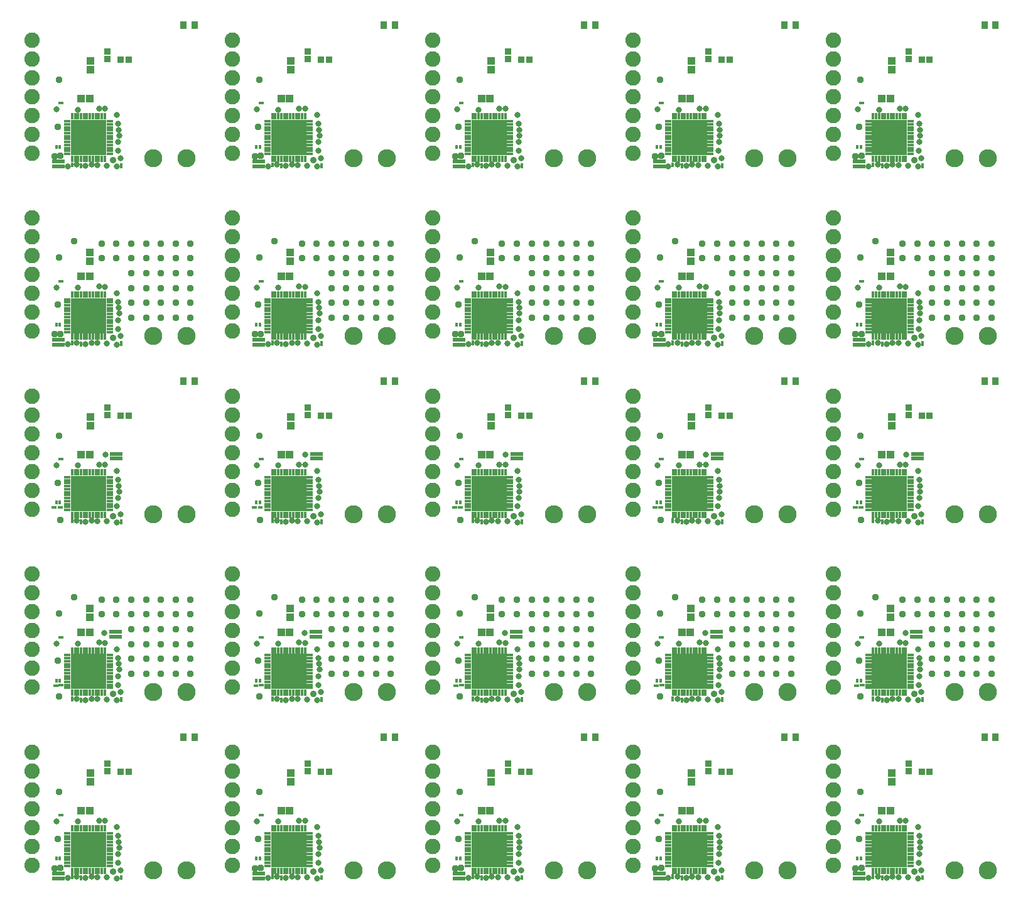
<source format=gbr>
G04 EAGLE Gerber X2 export*
%TF.Part,Single*%
%TF.FileFunction,Soldermask,Top,1*%
%TF.FilePolarity,Negative*%
%TF.GenerationSoftware,Autodesk,EAGLE,9.0.0*%
%TF.CreationDate,2018-06-20T06:24:19Z*%
G75*
%MOMM*%
%FSLAX34Y34*%
%LPD*%
%AMOC8*
5,1,8,0,0,1.08239X$1,22.5*%
G01*
%ADD10R,0.457200X0.381000*%
%ADD11R,1.053200X1.103200*%
%ADD12R,0.381000X0.457200*%
%ADD13R,0.453200X0.503200*%
%ADD14R,1.803200X0.553200*%
%ADD15C,2.082800*%
%ADD16R,1.103200X1.053200*%
%ADD17R,0.953200X0.953200*%
%ADD18R,0.853200X1.003200*%
%ADD19R,0.433200X0.883200*%
%ADD20R,4.803200X4.803200*%
%ADD21R,0.883200X0.433200*%
%ADD22C,0.812800*%
%ADD23C,0.863600*%
%ADD24C,2.453200*%
%ADD25C,0.959600*%
%ADD26C,0.909600*%


D10*
X96919Y6708D03*
X96919Y3406D03*
D11*
X42203Y95563D03*
X53803Y95563D03*
D10*
X42337Y6161D03*
X42337Y2859D03*
X30291Y7703D03*
X30291Y4401D03*
D12*
X16635Y89315D03*
X13333Y89315D03*
D13*
X13940Y30568D03*
X8940Y30568D03*
D14*
X11791Y3828D03*
X11791Y10328D03*
D15*
X-23592Y174080D03*
X-23592Y148680D03*
X-23592Y123280D03*
X-23592Y97880D03*
X-23592Y72480D03*
X-23592Y47080D03*
X-23592Y21680D03*
D16*
X55091Y134452D03*
X55091Y146052D03*
D17*
X78000Y148500D03*
X78000Y159000D03*
D18*
X180524Y194470D03*
X195524Y194470D03*
D17*
X106611Y147622D03*
X96111Y147622D03*
D19*
X30366Y14181D03*
D20*
X52366Y42781D03*
D19*
X34366Y14181D03*
X38366Y14181D03*
X42366Y14181D03*
X46366Y14181D03*
X50366Y14181D03*
X54366Y14181D03*
X58366Y14181D03*
X62366Y14181D03*
X66366Y14181D03*
X70366Y14181D03*
X74366Y14181D03*
D21*
X80966Y20781D03*
X80966Y24781D03*
X80966Y28781D03*
X80966Y32781D03*
X80966Y36781D03*
X80966Y40781D03*
X80966Y44781D03*
X80966Y48781D03*
X80966Y52781D03*
X80966Y56781D03*
X80966Y60781D03*
X80966Y64781D03*
D19*
X74366Y71381D03*
X70366Y71381D03*
X66366Y71381D03*
X62366Y71381D03*
X58366Y71381D03*
X54366Y71381D03*
X50366Y71381D03*
X46366Y71381D03*
X42366Y71381D03*
X38366Y71381D03*
X34366Y71381D03*
X30366Y71381D03*
D21*
X23766Y64781D03*
X23766Y60781D03*
X23766Y56781D03*
X23766Y52781D03*
X23766Y48781D03*
X23766Y44781D03*
X23766Y40781D03*
X23766Y36781D03*
X23766Y32781D03*
X23766Y28781D03*
X23766Y24781D03*
X23766Y20781D03*
D10*
X96919Y-233292D03*
X96919Y-236594D03*
D11*
X42203Y-144437D03*
X53803Y-144437D03*
D10*
X42337Y-233839D03*
X42337Y-237141D03*
X30291Y-232297D03*
X30291Y-235599D03*
D12*
X16635Y-150685D03*
X13333Y-150685D03*
D13*
X13940Y-209432D03*
X8940Y-209432D03*
D14*
X11791Y-236172D03*
X11791Y-229672D03*
D15*
X-23592Y-65920D03*
X-23592Y-91320D03*
X-23592Y-116720D03*
X-23592Y-142120D03*
X-23592Y-167520D03*
X-23592Y-192920D03*
X-23592Y-218320D03*
D16*
X54091Y-124048D03*
X54091Y-112448D03*
D19*
X30366Y-225819D03*
D20*
X52366Y-197219D03*
D19*
X34366Y-225819D03*
X38366Y-225819D03*
X42366Y-225819D03*
X46366Y-225819D03*
X50366Y-225819D03*
X54366Y-225819D03*
X58366Y-225819D03*
X62366Y-225819D03*
X66366Y-225819D03*
X70366Y-225819D03*
X74366Y-225819D03*
D21*
X80966Y-219219D03*
X80966Y-215219D03*
X80966Y-211219D03*
X80966Y-207219D03*
X80966Y-203219D03*
X80966Y-199219D03*
X80966Y-195219D03*
X80966Y-191219D03*
X80966Y-187219D03*
X80966Y-183219D03*
X80966Y-179219D03*
X80966Y-175219D03*
D19*
X74366Y-168619D03*
X70366Y-168619D03*
X66366Y-168619D03*
X62366Y-168619D03*
X58366Y-168619D03*
X54366Y-168619D03*
X50366Y-168619D03*
X46366Y-168619D03*
X42366Y-168619D03*
X38366Y-168619D03*
X34366Y-168619D03*
X30366Y-168619D03*
D21*
X23766Y-175219D03*
X23766Y-179219D03*
X23766Y-183219D03*
X23766Y-187219D03*
X23766Y-191219D03*
X23766Y-195219D03*
X23766Y-199219D03*
X23766Y-203219D03*
X23766Y-207219D03*
X23766Y-211219D03*
X23766Y-215219D03*
X23766Y-219219D03*
D10*
X96919Y-473292D03*
X96919Y-476594D03*
D11*
X42203Y-384437D03*
X53803Y-384437D03*
D10*
X42337Y-473839D03*
X42337Y-477141D03*
X30291Y-472297D03*
X30291Y-475599D03*
D12*
X16635Y-390685D03*
X13333Y-390685D03*
D13*
X13940Y-449432D03*
X8940Y-449432D03*
D14*
X89791Y-390172D03*
X89791Y-383672D03*
D15*
X-23592Y-305920D03*
X-23592Y-331320D03*
X-23592Y-356720D03*
X-23592Y-382120D03*
X-23592Y-407520D03*
X-23592Y-432920D03*
X-23592Y-458320D03*
D16*
X55091Y-345548D03*
X55091Y-333948D03*
D17*
X78000Y-331500D03*
X78000Y-321000D03*
D18*
X180524Y-285530D03*
X195524Y-285530D03*
D17*
X106611Y-332378D03*
X96111Y-332378D03*
D19*
X30366Y-465819D03*
D20*
X52366Y-437219D03*
D19*
X34366Y-465819D03*
X38366Y-465819D03*
X42366Y-465819D03*
X46366Y-465819D03*
X50366Y-465819D03*
X54366Y-465819D03*
X58366Y-465819D03*
X62366Y-465819D03*
X66366Y-465819D03*
X70366Y-465819D03*
X74366Y-465819D03*
D21*
X80966Y-459219D03*
X80966Y-455219D03*
X80966Y-451219D03*
X80966Y-447219D03*
X80966Y-443219D03*
X80966Y-439219D03*
X80966Y-435219D03*
X80966Y-431219D03*
X80966Y-427219D03*
X80966Y-423219D03*
X80966Y-419219D03*
X80966Y-415219D03*
D19*
X74366Y-408619D03*
X70366Y-408619D03*
X66366Y-408619D03*
X62366Y-408619D03*
X58366Y-408619D03*
X54366Y-408619D03*
X50366Y-408619D03*
X46366Y-408619D03*
X42366Y-408619D03*
X38366Y-408619D03*
X34366Y-408619D03*
X30366Y-408619D03*
D21*
X23766Y-415219D03*
X23766Y-419219D03*
X23766Y-423219D03*
X23766Y-427219D03*
X23766Y-431219D03*
X23766Y-435219D03*
X23766Y-439219D03*
X23766Y-443219D03*
X23766Y-447219D03*
X23766Y-451219D03*
X23766Y-455219D03*
X23766Y-459219D03*
D12*
X12476Y-456000D03*
X15778Y-456000D03*
X4476Y-456000D03*
X7778Y-456000D03*
D10*
X96919Y-713292D03*
X96919Y-716594D03*
D11*
X42203Y-624437D03*
X53803Y-624437D03*
D10*
X42337Y-713839D03*
X42337Y-717141D03*
X30291Y-712297D03*
X30291Y-715599D03*
D12*
X16635Y-630685D03*
X13333Y-630685D03*
D13*
X13940Y-689432D03*
X8940Y-689432D03*
D14*
X88791Y-630172D03*
X88791Y-623672D03*
D15*
X-23592Y-545920D03*
X-23592Y-571320D03*
X-23592Y-596720D03*
X-23592Y-622120D03*
X-23592Y-647520D03*
X-23592Y-672920D03*
X-23592Y-698320D03*
D16*
X54091Y-604048D03*
X54091Y-592448D03*
D19*
X30366Y-705819D03*
D20*
X52366Y-677219D03*
D19*
X34366Y-705819D03*
X38366Y-705819D03*
X42366Y-705819D03*
X46366Y-705819D03*
X50366Y-705819D03*
X54366Y-705819D03*
X58366Y-705819D03*
X62366Y-705819D03*
X66366Y-705819D03*
X70366Y-705819D03*
X74366Y-705819D03*
D21*
X80966Y-699219D03*
X80966Y-695219D03*
X80966Y-691219D03*
X80966Y-687219D03*
X80966Y-683219D03*
X80966Y-679219D03*
X80966Y-675219D03*
X80966Y-671219D03*
X80966Y-667219D03*
X80966Y-663219D03*
X80966Y-659219D03*
X80966Y-655219D03*
D19*
X74366Y-648619D03*
X70366Y-648619D03*
X66366Y-648619D03*
X62366Y-648619D03*
X58366Y-648619D03*
X54366Y-648619D03*
X50366Y-648619D03*
X46366Y-648619D03*
X42366Y-648619D03*
X38366Y-648619D03*
X34366Y-648619D03*
X30366Y-648619D03*
D21*
X23766Y-655219D03*
X23766Y-659219D03*
X23766Y-663219D03*
X23766Y-667219D03*
X23766Y-671219D03*
X23766Y-675219D03*
X23766Y-679219D03*
X23766Y-683219D03*
X23766Y-687219D03*
X23766Y-691219D03*
X23766Y-695219D03*
X23766Y-699219D03*
D12*
X13976Y-695500D03*
X17278Y-695500D03*
X6476Y-696000D03*
X9778Y-696000D03*
D10*
X96919Y-953292D03*
X96919Y-956594D03*
D11*
X42203Y-864437D03*
X53803Y-864437D03*
D10*
X42337Y-953839D03*
X42337Y-957141D03*
X30291Y-952297D03*
X30291Y-955599D03*
D12*
X16635Y-870685D03*
X13333Y-870685D03*
D13*
X13940Y-929432D03*
X8940Y-929432D03*
D14*
X11791Y-956172D03*
X11791Y-949672D03*
D15*
X-23592Y-785920D03*
X-23592Y-811320D03*
X-23592Y-836720D03*
X-23592Y-862120D03*
X-23592Y-887520D03*
X-23592Y-912920D03*
X-23592Y-938320D03*
D16*
X55091Y-825548D03*
X55091Y-813948D03*
D17*
X78000Y-811500D03*
X78000Y-801000D03*
D18*
X180524Y-765530D03*
X195524Y-765530D03*
D17*
X106611Y-812378D03*
X96111Y-812378D03*
D19*
X30366Y-945819D03*
D20*
X52366Y-917219D03*
D19*
X34366Y-945819D03*
X38366Y-945819D03*
X42366Y-945819D03*
X46366Y-945819D03*
X50366Y-945819D03*
X54366Y-945819D03*
X58366Y-945819D03*
X62366Y-945819D03*
X66366Y-945819D03*
X70366Y-945819D03*
X74366Y-945819D03*
D21*
X80966Y-939219D03*
X80966Y-935219D03*
X80966Y-931219D03*
X80966Y-927219D03*
X80966Y-923219D03*
X80966Y-919219D03*
X80966Y-915219D03*
X80966Y-911219D03*
X80966Y-907219D03*
X80966Y-903219D03*
X80966Y-899219D03*
X80966Y-895219D03*
D19*
X74366Y-888619D03*
X70366Y-888619D03*
X66366Y-888619D03*
X62366Y-888619D03*
X58366Y-888619D03*
X54366Y-888619D03*
X50366Y-888619D03*
X46366Y-888619D03*
X42366Y-888619D03*
X38366Y-888619D03*
X34366Y-888619D03*
X30366Y-888619D03*
D21*
X23766Y-895219D03*
X23766Y-899219D03*
X23766Y-903219D03*
X23766Y-907219D03*
X23766Y-911219D03*
X23766Y-915219D03*
X23766Y-919219D03*
X23766Y-923219D03*
X23766Y-927219D03*
X23766Y-931219D03*
X23766Y-935219D03*
X23766Y-939219D03*
D10*
X366919Y6708D03*
X366919Y3406D03*
D11*
X312203Y95563D03*
X323803Y95563D03*
D10*
X312337Y6161D03*
X312337Y2859D03*
X300291Y7703D03*
X300291Y4401D03*
D12*
X286635Y89315D03*
X283333Y89315D03*
D13*
X283940Y30568D03*
X278940Y30568D03*
D14*
X281791Y3828D03*
X281791Y10328D03*
D15*
X246408Y174080D03*
X246408Y148680D03*
X246408Y123280D03*
X246408Y97880D03*
X246408Y72480D03*
X246408Y47080D03*
X246408Y21680D03*
D16*
X325091Y134452D03*
X325091Y146052D03*
D17*
X348000Y148500D03*
X348000Y159000D03*
D18*
X450524Y194470D03*
X465524Y194470D03*
D17*
X376611Y147622D03*
X366111Y147622D03*
D19*
X300366Y14181D03*
D20*
X322366Y42781D03*
D19*
X304366Y14181D03*
X308366Y14181D03*
X312366Y14181D03*
X316366Y14181D03*
X320366Y14181D03*
X324366Y14181D03*
X328366Y14181D03*
X332366Y14181D03*
X336366Y14181D03*
X340366Y14181D03*
X344366Y14181D03*
D21*
X350966Y20781D03*
X350966Y24781D03*
X350966Y28781D03*
X350966Y32781D03*
X350966Y36781D03*
X350966Y40781D03*
X350966Y44781D03*
X350966Y48781D03*
X350966Y52781D03*
X350966Y56781D03*
X350966Y60781D03*
X350966Y64781D03*
D19*
X344366Y71381D03*
X340366Y71381D03*
X336366Y71381D03*
X332366Y71381D03*
X328366Y71381D03*
X324366Y71381D03*
X320366Y71381D03*
X316366Y71381D03*
X312366Y71381D03*
X308366Y71381D03*
X304366Y71381D03*
X300366Y71381D03*
D21*
X293766Y64781D03*
X293766Y60781D03*
X293766Y56781D03*
X293766Y52781D03*
X293766Y48781D03*
X293766Y44781D03*
X293766Y40781D03*
X293766Y36781D03*
X293766Y32781D03*
X293766Y28781D03*
X293766Y24781D03*
X293766Y20781D03*
D10*
X366919Y-233292D03*
X366919Y-236594D03*
D11*
X312203Y-144437D03*
X323803Y-144437D03*
D10*
X312337Y-233839D03*
X312337Y-237141D03*
X300291Y-232297D03*
X300291Y-235599D03*
D12*
X286635Y-150685D03*
X283333Y-150685D03*
D13*
X283940Y-209432D03*
X278940Y-209432D03*
D14*
X281791Y-236172D03*
X281791Y-229672D03*
D15*
X246408Y-65920D03*
X246408Y-91320D03*
X246408Y-116720D03*
X246408Y-142120D03*
X246408Y-167520D03*
X246408Y-192920D03*
X246408Y-218320D03*
D16*
X324091Y-124048D03*
X324091Y-112448D03*
D19*
X300366Y-225819D03*
D20*
X322366Y-197219D03*
D19*
X304366Y-225819D03*
X308366Y-225819D03*
X312366Y-225819D03*
X316366Y-225819D03*
X320366Y-225819D03*
X324366Y-225819D03*
X328366Y-225819D03*
X332366Y-225819D03*
X336366Y-225819D03*
X340366Y-225819D03*
X344366Y-225819D03*
D21*
X350966Y-219219D03*
X350966Y-215219D03*
X350966Y-211219D03*
X350966Y-207219D03*
X350966Y-203219D03*
X350966Y-199219D03*
X350966Y-195219D03*
X350966Y-191219D03*
X350966Y-187219D03*
X350966Y-183219D03*
X350966Y-179219D03*
X350966Y-175219D03*
D19*
X344366Y-168619D03*
X340366Y-168619D03*
X336366Y-168619D03*
X332366Y-168619D03*
X328366Y-168619D03*
X324366Y-168619D03*
X320366Y-168619D03*
X316366Y-168619D03*
X312366Y-168619D03*
X308366Y-168619D03*
X304366Y-168619D03*
X300366Y-168619D03*
D21*
X293766Y-175219D03*
X293766Y-179219D03*
X293766Y-183219D03*
X293766Y-187219D03*
X293766Y-191219D03*
X293766Y-195219D03*
X293766Y-199219D03*
X293766Y-203219D03*
X293766Y-207219D03*
X293766Y-211219D03*
X293766Y-215219D03*
X293766Y-219219D03*
D10*
X366919Y-473292D03*
X366919Y-476594D03*
D11*
X312203Y-384437D03*
X323803Y-384437D03*
D10*
X312337Y-473839D03*
X312337Y-477141D03*
X300291Y-472297D03*
X300291Y-475599D03*
D12*
X286635Y-390685D03*
X283333Y-390685D03*
D13*
X283940Y-449432D03*
X278940Y-449432D03*
D14*
X359791Y-390172D03*
X359791Y-383672D03*
D15*
X246408Y-305920D03*
X246408Y-331320D03*
X246408Y-356720D03*
X246408Y-382120D03*
X246408Y-407520D03*
X246408Y-432920D03*
X246408Y-458320D03*
D16*
X325091Y-345548D03*
X325091Y-333948D03*
D17*
X348000Y-331500D03*
X348000Y-321000D03*
D18*
X450524Y-285530D03*
X465524Y-285530D03*
D17*
X376611Y-332378D03*
X366111Y-332378D03*
D19*
X300366Y-465819D03*
D20*
X322366Y-437219D03*
D19*
X304366Y-465819D03*
X308366Y-465819D03*
X312366Y-465819D03*
X316366Y-465819D03*
X320366Y-465819D03*
X324366Y-465819D03*
X328366Y-465819D03*
X332366Y-465819D03*
X336366Y-465819D03*
X340366Y-465819D03*
X344366Y-465819D03*
D21*
X350966Y-459219D03*
X350966Y-455219D03*
X350966Y-451219D03*
X350966Y-447219D03*
X350966Y-443219D03*
X350966Y-439219D03*
X350966Y-435219D03*
X350966Y-431219D03*
X350966Y-427219D03*
X350966Y-423219D03*
X350966Y-419219D03*
X350966Y-415219D03*
D19*
X344366Y-408619D03*
X340366Y-408619D03*
X336366Y-408619D03*
X332366Y-408619D03*
X328366Y-408619D03*
X324366Y-408619D03*
X320366Y-408619D03*
X316366Y-408619D03*
X312366Y-408619D03*
X308366Y-408619D03*
X304366Y-408619D03*
X300366Y-408619D03*
D21*
X293766Y-415219D03*
X293766Y-419219D03*
X293766Y-423219D03*
X293766Y-427219D03*
X293766Y-431219D03*
X293766Y-435219D03*
X293766Y-439219D03*
X293766Y-443219D03*
X293766Y-447219D03*
X293766Y-451219D03*
X293766Y-455219D03*
X293766Y-459219D03*
D12*
X282476Y-456000D03*
X285778Y-456000D03*
X274476Y-456000D03*
X277778Y-456000D03*
D10*
X366919Y-713292D03*
X366919Y-716594D03*
D11*
X312203Y-624437D03*
X323803Y-624437D03*
D10*
X312337Y-713839D03*
X312337Y-717141D03*
X300291Y-712297D03*
X300291Y-715599D03*
D12*
X286635Y-630685D03*
X283333Y-630685D03*
D13*
X283940Y-689432D03*
X278940Y-689432D03*
D14*
X358791Y-630172D03*
X358791Y-623672D03*
D15*
X246408Y-545920D03*
X246408Y-571320D03*
X246408Y-596720D03*
X246408Y-622120D03*
X246408Y-647520D03*
X246408Y-672920D03*
X246408Y-698320D03*
D16*
X324091Y-604048D03*
X324091Y-592448D03*
D19*
X300366Y-705819D03*
D20*
X322366Y-677219D03*
D19*
X304366Y-705819D03*
X308366Y-705819D03*
X312366Y-705819D03*
X316366Y-705819D03*
X320366Y-705819D03*
X324366Y-705819D03*
X328366Y-705819D03*
X332366Y-705819D03*
X336366Y-705819D03*
X340366Y-705819D03*
X344366Y-705819D03*
D21*
X350966Y-699219D03*
X350966Y-695219D03*
X350966Y-691219D03*
X350966Y-687219D03*
X350966Y-683219D03*
X350966Y-679219D03*
X350966Y-675219D03*
X350966Y-671219D03*
X350966Y-667219D03*
X350966Y-663219D03*
X350966Y-659219D03*
X350966Y-655219D03*
D19*
X344366Y-648619D03*
X340366Y-648619D03*
X336366Y-648619D03*
X332366Y-648619D03*
X328366Y-648619D03*
X324366Y-648619D03*
X320366Y-648619D03*
X316366Y-648619D03*
X312366Y-648619D03*
X308366Y-648619D03*
X304366Y-648619D03*
X300366Y-648619D03*
D21*
X293766Y-655219D03*
X293766Y-659219D03*
X293766Y-663219D03*
X293766Y-667219D03*
X293766Y-671219D03*
X293766Y-675219D03*
X293766Y-679219D03*
X293766Y-683219D03*
X293766Y-687219D03*
X293766Y-691219D03*
X293766Y-695219D03*
X293766Y-699219D03*
D12*
X283976Y-695500D03*
X287278Y-695500D03*
X276476Y-696000D03*
X279778Y-696000D03*
D10*
X366919Y-953292D03*
X366919Y-956594D03*
D11*
X312203Y-864437D03*
X323803Y-864437D03*
D10*
X312337Y-953839D03*
X312337Y-957141D03*
X300291Y-952297D03*
X300291Y-955599D03*
D12*
X286635Y-870685D03*
X283333Y-870685D03*
D13*
X283940Y-929432D03*
X278940Y-929432D03*
D14*
X281791Y-956172D03*
X281791Y-949672D03*
D15*
X246408Y-785920D03*
X246408Y-811320D03*
X246408Y-836720D03*
X246408Y-862120D03*
X246408Y-887520D03*
X246408Y-912920D03*
X246408Y-938320D03*
D16*
X325091Y-825548D03*
X325091Y-813948D03*
D17*
X348000Y-811500D03*
X348000Y-801000D03*
D18*
X450524Y-765530D03*
X465524Y-765530D03*
D17*
X376611Y-812378D03*
X366111Y-812378D03*
D19*
X300366Y-945819D03*
D20*
X322366Y-917219D03*
D19*
X304366Y-945819D03*
X308366Y-945819D03*
X312366Y-945819D03*
X316366Y-945819D03*
X320366Y-945819D03*
X324366Y-945819D03*
X328366Y-945819D03*
X332366Y-945819D03*
X336366Y-945819D03*
X340366Y-945819D03*
X344366Y-945819D03*
D21*
X350966Y-939219D03*
X350966Y-935219D03*
X350966Y-931219D03*
X350966Y-927219D03*
X350966Y-923219D03*
X350966Y-919219D03*
X350966Y-915219D03*
X350966Y-911219D03*
X350966Y-907219D03*
X350966Y-903219D03*
X350966Y-899219D03*
X350966Y-895219D03*
D19*
X344366Y-888619D03*
X340366Y-888619D03*
X336366Y-888619D03*
X332366Y-888619D03*
X328366Y-888619D03*
X324366Y-888619D03*
X320366Y-888619D03*
X316366Y-888619D03*
X312366Y-888619D03*
X308366Y-888619D03*
X304366Y-888619D03*
X300366Y-888619D03*
D21*
X293766Y-895219D03*
X293766Y-899219D03*
X293766Y-903219D03*
X293766Y-907219D03*
X293766Y-911219D03*
X293766Y-915219D03*
X293766Y-919219D03*
X293766Y-923219D03*
X293766Y-927219D03*
X293766Y-931219D03*
X293766Y-935219D03*
X293766Y-939219D03*
D10*
X636919Y6708D03*
X636919Y3406D03*
D11*
X582203Y95563D03*
X593803Y95563D03*
D10*
X582337Y6161D03*
X582337Y2859D03*
X570291Y7703D03*
X570291Y4401D03*
D12*
X556635Y89315D03*
X553333Y89315D03*
D13*
X553940Y30568D03*
X548940Y30568D03*
D14*
X551791Y3828D03*
X551791Y10328D03*
D15*
X516408Y174080D03*
X516408Y148680D03*
X516408Y123280D03*
X516408Y97880D03*
X516408Y72480D03*
X516408Y47080D03*
X516408Y21680D03*
D16*
X595091Y134452D03*
X595091Y146052D03*
D17*
X618000Y148500D03*
X618000Y159000D03*
D18*
X720524Y194470D03*
X735524Y194470D03*
D17*
X646611Y147622D03*
X636111Y147622D03*
D19*
X570366Y14181D03*
D20*
X592366Y42781D03*
D19*
X574366Y14181D03*
X578366Y14181D03*
X582366Y14181D03*
X586366Y14181D03*
X590366Y14181D03*
X594366Y14181D03*
X598366Y14181D03*
X602366Y14181D03*
X606366Y14181D03*
X610366Y14181D03*
X614366Y14181D03*
D21*
X620966Y20781D03*
X620966Y24781D03*
X620966Y28781D03*
X620966Y32781D03*
X620966Y36781D03*
X620966Y40781D03*
X620966Y44781D03*
X620966Y48781D03*
X620966Y52781D03*
X620966Y56781D03*
X620966Y60781D03*
X620966Y64781D03*
D19*
X614366Y71381D03*
X610366Y71381D03*
X606366Y71381D03*
X602366Y71381D03*
X598366Y71381D03*
X594366Y71381D03*
X590366Y71381D03*
X586366Y71381D03*
X582366Y71381D03*
X578366Y71381D03*
X574366Y71381D03*
X570366Y71381D03*
D21*
X563766Y64781D03*
X563766Y60781D03*
X563766Y56781D03*
X563766Y52781D03*
X563766Y48781D03*
X563766Y44781D03*
X563766Y40781D03*
X563766Y36781D03*
X563766Y32781D03*
X563766Y28781D03*
X563766Y24781D03*
X563766Y20781D03*
D10*
X636919Y-233292D03*
X636919Y-236594D03*
D11*
X582203Y-144437D03*
X593803Y-144437D03*
D10*
X582337Y-233839D03*
X582337Y-237141D03*
X570291Y-232297D03*
X570291Y-235599D03*
D12*
X556635Y-150685D03*
X553333Y-150685D03*
D13*
X553940Y-209432D03*
X548940Y-209432D03*
D14*
X551791Y-236172D03*
X551791Y-229672D03*
D15*
X516408Y-65920D03*
X516408Y-91320D03*
X516408Y-116720D03*
X516408Y-142120D03*
X516408Y-167520D03*
X516408Y-192920D03*
X516408Y-218320D03*
D16*
X594091Y-124048D03*
X594091Y-112448D03*
D19*
X570366Y-225819D03*
D20*
X592366Y-197219D03*
D19*
X574366Y-225819D03*
X578366Y-225819D03*
X582366Y-225819D03*
X586366Y-225819D03*
X590366Y-225819D03*
X594366Y-225819D03*
X598366Y-225819D03*
X602366Y-225819D03*
X606366Y-225819D03*
X610366Y-225819D03*
X614366Y-225819D03*
D21*
X620966Y-219219D03*
X620966Y-215219D03*
X620966Y-211219D03*
X620966Y-207219D03*
X620966Y-203219D03*
X620966Y-199219D03*
X620966Y-195219D03*
X620966Y-191219D03*
X620966Y-187219D03*
X620966Y-183219D03*
X620966Y-179219D03*
X620966Y-175219D03*
D19*
X614366Y-168619D03*
X610366Y-168619D03*
X606366Y-168619D03*
X602366Y-168619D03*
X598366Y-168619D03*
X594366Y-168619D03*
X590366Y-168619D03*
X586366Y-168619D03*
X582366Y-168619D03*
X578366Y-168619D03*
X574366Y-168619D03*
X570366Y-168619D03*
D21*
X563766Y-175219D03*
X563766Y-179219D03*
X563766Y-183219D03*
X563766Y-187219D03*
X563766Y-191219D03*
X563766Y-195219D03*
X563766Y-199219D03*
X563766Y-203219D03*
X563766Y-207219D03*
X563766Y-211219D03*
X563766Y-215219D03*
X563766Y-219219D03*
D10*
X636919Y-473292D03*
X636919Y-476594D03*
D11*
X582203Y-384437D03*
X593803Y-384437D03*
D10*
X582337Y-473839D03*
X582337Y-477141D03*
X570291Y-472297D03*
X570291Y-475599D03*
D12*
X556635Y-390685D03*
X553333Y-390685D03*
D13*
X553940Y-449432D03*
X548940Y-449432D03*
D14*
X629791Y-390172D03*
X629791Y-383672D03*
D15*
X516408Y-305920D03*
X516408Y-331320D03*
X516408Y-356720D03*
X516408Y-382120D03*
X516408Y-407520D03*
X516408Y-432920D03*
X516408Y-458320D03*
D16*
X595091Y-345548D03*
X595091Y-333948D03*
D17*
X618000Y-331500D03*
X618000Y-321000D03*
D18*
X720524Y-285530D03*
X735524Y-285530D03*
D17*
X646611Y-332378D03*
X636111Y-332378D03*
D19*
X570366Y-465819D03*
D20*
X592366Y-437219D03*
D19*
X574366Y-465819D03*
X578366Y-465819D03*
X582366Y-465819D03*
X586366Y-465819D03*
X590366Y-465819D03*
X594366Y-465819D03*
X598366Y-465819D03*
X602366Y-465819D03*
X606366Y-465819D03*
X610366Y-465819D03*
X614366Y-465819D03*
D21*
X620966Y-459219D03*
X620966Y-455219D03*
X620966Y-451219D03*
X620966Y-447219D03*
X620966Y-443219D03*
X620966Y-439219D03*
X620966Y-435219D03*
X620966Y-431219D03*
X620966Y-427219D03*
X620966Y-423219D03*
X620966Y-419219D03*
X620966Y-415219D03*
D19*
X614366Y-408619D03*
X610366Y-408619D03*
X606366Y-408619D03*
X602366Y-408619D03*
X598366Y-408619D03*
X594366Y-408619D03*
X590366Y-408619D03*
X586366Y-408619D03*
X582366Y-408619D03*
X578366Y-408619D03*
X574366Y-408619D03*
X570366Y-408619D03*
D21*
X563766Y-415219D03*
X563766Y-419219D03*
X563766Y-423219D03*
X563766Y-427219D03*
X563766Y-431219D03*
X563766Y-435219D03*
X563766Y-439219D03*
X563766Y-443219D03*
X563766Y-447219D03*
X563766Y-451219D03*
X563766Y-455219D03*
X563766Y-459219D03*
D12*
X552476Y-456000D03*
X555778Y-456000D03*
X544476Y-456000D03*
X547778Y-456000D03*
D10*
X636919Y-713292D03*
X636919Y-716594D03*
D11*
X582203Y-624437D03*
X593803Y-624437D03*
D10*
X582337Y-713839D03*
X582337Y-717141D03*
X570291Y-712297D03*
X570291Y-715599D03*
D12*
X556635Y-630685D03*
X553333Y-630685D03*
D13*
X553940Y-689432D03*
X548940Y-689432D03*
D14*
X628791Y-630172D03*
X628791Y-623672D03*
D15*
X516408Y-545920D03*
X516408Y-571320D03*
X516408Y-596720D03*
X516408Y-622120D03*
X516408Y-647520D03*
X516408Y-672920D03*
X516408Y-698320D03*
D16*
X594091Y-604048D03*
X594091Y-592448D03*
D19*
X570366Y-705819D03*
D20*
X592366Y-677219D03*
D19*
X574366Y-705819D03*
X578366Y-705819D03*
X582366Y-705819D03*
X586366Y-705819D03*
X590366Y-705819D03*
X594366Y-705819D03*
X598366Y-705819D03*
X602366Y-705819D03*
X606366Y-705819D03*
X610366Y-705819D03*
X614366Y-705819D03*
D21*
X620966Y-699219D03*
X620966Y-695219D03*
X620966Y-691219D03*
X620966Y-687219D03*
X620966Y-683219D03*
X620966Y-679219D03*
X620966Y-675219D03*
X620966Y-671219D03*
X620966Y-667219D03*
X620966Y-663219D03*
X620966Y-659219D03*
X620966Y-655219D03*
D19*
X614366Y-648619D03*
X610366Y-648619D03*
X606366Y-648619D03*
X602366Y-648619D03*
X598366Y-648619D03*
X594366Y-648619D03*
X590366Y-648619D03*
X586366Y-648619D03*
X582366Y-648619D03*
X578366Y-648619D03*
X574366Y-648619D03*
X570366Y-648619D03*
D21*
X563766Y-655219D03*
X563766Y-659219D03*
X563766Y-663219D03*
X563766Y-667219D03*
X563766Y-671219D03*
X563766Y-675219D03*
X563766Y-679219D03*
X563766Y-683219D03*
X563766Y-687219D03*
X563766Y-691219D03*
X563766Y-695219D03*
X563766Y-699219D03*
D12*
X553976Y-695500D03*
X557278Y-695500D03*
X546476Y-696000D03*
X549778Y-696000D03*
D10*
X636919Y-953292D03*
X636919Y-956594D03*
D11*
X582203Y-864437D03*
X593803Y-864437D03*
D10*
X582337Y-953839D03*
X582337Y-957141D03*
X570291Y-952297D03*
X570291Y-955599D03*
D12*
X556635Y-870685D03*
X553333Y-870685D03*
D13*
X553940Y-929432D03*
X548940Y-929432D03*
D14*
X551791Y-956172D03*
X551791Y-949672D03*
D15*
X516408Y-785920D03*
X516408Y-811320D03*
X516408Y-836720D03*
X516408Y-862120D03*
X516408Y-887520D03*
X516408Y-912920D03*
X516408Y-938320D03*
D16*
X595091Y-825548D03*
X595091Y-813948D03*
D17*
X618000Y-811500D03*
X618000Y-801000D03*
D18*
X720524Y-765530D03*
X735524Y-765530D03*
D17*
X646611Y-812378D03*
X636111Y-812378D03*
D19*
X570366Y-945819D03*
D20*
X592366Y-917219D03*
D19*
X574366Y-945819D03*
X578366Y-945819D03*
X582366Y-945819D03*
X586366Y-945819D03*
X590366Y-945819D03*
X594366Y-945819D03*
X598366Y-945819D03*
X602366Y-945819D03*
X606366Y-945819D03*
X610366Y-945819D03*
X614366Y-945819D03*
D21*
X620966Y-939219D03*
X620966Y-935219D03*
X620966Y-931219D03*
X620966Y-927219D03*
X620966Y-923219D03*
X620966Y-919219D03*
X620966Y-915219D03*
X620966Y-911219D03*
X620966Y-907219D03*
X620966Y-903219D03*
X620966Y-899219D03*
X620966Y-895219D03*
D19*
X614366Y-888619D03*
X610366Y-888619D03*
X606366Y-888619D03*
X602366Y-888619D03*
X598366Y-888619D03*
X594366Y-888619D03*
X590366Y-888619D03*
X586366Y-888619D03*
X582366Y-888619D03*
X578366Y-888619D03*
X574366Y-888619D03*
X570366Y-888619D03*
D21*
X563766Y-895219D03*
X563766Y-899219D03*
X563766Y-903219D03*
X563766Y-907219D03*
X563766Y-911219D03*
X563766Y-915219D03*
X563766Y-919219D03*
X563766Y-923219D03*
X563766Y-927219D03*
X563766Y-931219D03*
X563766Y-935219D03*
X563766Y-939219D03*
D10*
X906919Y6708D03*
X906919Y3406D03*
D11*
X852203Y95563D03*
X863803Y95563D03*
D10*
X852337Y6161D03*
X852337Y2859D03*
X840291Y7703D03*
X840291Y4401D03*
D12*
X826635Y89315D03*
X823333Y89315D03*
D13*
X823940Y30568D03*
X818940Y30568D03*
D14*
X821791Y3828D03*
X821791Y10328D03*
D15*
X786408Y174080D03*
X786408Y148680D03*
X786408Y123280D03*
X786408Y97880D03*
X786408Y72480D03*
X786408Y47080D03*
X786408Y21680D03*
D16*
X865091Y134452D03*
X865091Y146052D03*
D17*
X888000Y148500D03*
X888000Y159000D03*
D18*
X990524Y194470D03*
X1005524Y194470D03*
D17*
X916611Y147622D03*
X906111Y147622D03*
D19*
X840366Y14181D03*
D20*
X862366Y42781D03*
D19*
X844366Y14181D03*
X848366Y14181D03*
X852366Y14181D03*
X856366Y14181D03*
X860366Y14181D03*
X864366Y14181D03*
X868366Y14181D03*
X872366Y14181D03*
X876366Y14181D03*
X880366Y14181D03*
X884366Y14181D03*
D21*
X890966Y20781D03*
X890966Y24781D03*
X890966Y28781D03*
X890966Y32781D03*
X890966Y36781D03*
X890966Y40781D03*
X890966Y44781D03*
X890966Y48781D03*
X890966Y52781D03*
X890966Y56781D03*
X890966Y60781D03*
X890966Y64781D03*
D19*
X884366Y71381D03*
X880366Y71381D03*
X876366Y71381D03*
X872366Y71381D03*
X868366Y71381D03*
X864366Y71381D03*
X860366Y71381D03*
X856366Y71381D03*
X852366Y71381D03*
X848366Y71381D03*
X844366Y71381D03*
X840366Y71381D03*
D21*
X833766Y64781D03*
X833766Y60781D03*
X833766Y56781D03*
X833766Y52781D03*
X833766Y48781D03*
X833766Y44781D03*
X833766Y40781D03*
X833766Y36781D03*
X833766Y32781D03*
X833766Y28781D03*
X833766Y24781D03*
X833766Y20781D03*
D10*
X906919Y-233292D03*
X906919Y-236594D03*
D11*
X852203Y-144437D03*
X863803Y-144437D03*
D10*
X852337Y-233839D03*
X852337Y-237141D03*
X840291Y-232297D03*
X840291Y-235599D03*
D12*
X826635Y-150685D03*
X823333Y-150685D03*
D13*
X823940Y-209432D03*
X818940Y-209432D03*
D14*
X821791Y-236172D03*
X821791Y-229672D03*
D15*
X786408Y-65920D03*
X786408Y-91320D03*
X786408Y-116720D03*
X786408Y-142120D03*
X786408Y-167520D03*
X786408Y-192920D03*
X786408Y-218320D03*
D16*
X864091Y-124048D03*
X864091Y-112448D03*
D19*
X840366Y-225819D03*
D20*
X862366Y-197219D03*
D19*
X844366Y-225819D03*
X848366Y-225819D03*
X852366Y-225819D03*
X856366Y-225819D03*
X860366Y-225819D03*
X864366Y-225819D03*
X868366Y-225819D03*
X872366Y-225819D03*
X876366Y-225819D03*
X880366Y-225819D03*
X884366Y-225819D03*
D21*
X890966Y-219219D03*
X890966Y-215219D03*
X890966Y-211219D03*
X890966Y-207219D03*
X890966Y-203219D03*
X890966Y-199219D03*
X890966Y-195219D03*
X890966Y-191219D03*
X890966Y-187219D03*
X890966Y-183219D03*
X890966Y-179219D03*
X890966Y-175219D03*
D19*
X884366Y-168619D03*
X880366Y-168619D03*
X876366Y-168619D03*
X872366Y-168619D03*
X868366Y-168619D03*
X864366Y-168619D03*
X860366Y-168619D03*
X856366Y-168619D03*
X852366Y-168619D03*
X848366Y-168619D03*
X844366Y-168619D03*
X840366Y-168619D03*
D21*
X833766Y-175219D03*
X833766Y-179219D03*
X833766Y-183219D03*
X833766Y-187219D03*
X833766Y-191219D03*
X833766Y-195219D03*
X833766Y-199219D03*
X833766Y-203219D03*
X833766Y-207219D03*
X833766Y-211219D03*
X833766Y-215219D03*
X833766Y-219219D03*
D10*
X906919Y-473292D03*
X906919Y-476594D03*
D11*
X852203Y-384437D03*
X863803Y-384437D03*
D10*
X852337Y-473839D03*
X852337Y-477141D03*
X840291Y-472297D03*
X840291Y-475599D03*
D12*
X826635Y-390685D03*
X823333Y-390685D03*
D13*
X823940Y-449432D03*
X818940Y-449432D03*
D14*
X899791Y-390172D03*
X899791Y-383672D03*
D15*
X786408Y-305920D03*
X786408Y-331320D03*
X786408Y-356720D03*
X786408Y-382120D03*
X786408Y-407520D03*
X786408Y-432920D03*
X786408Y-458320D03*
D16*
X865091Y-345548D03*
X865091Y-333948D03*
D17*
X888000Y-331500D03*
X888000Y-321000D03*
D18*
X990524Y-285530D03*
X1005524Y-285530D03*
D17*
X916611Y-332378D03*
X906111Y-332378D03*
D19*
X840366Y-465819D03*
D20*
X862366Y-437219D03*
D19*
X844366Y-465819D03*
X848366Y-465819D03*
X852366Y-465819D03*
X856366Y-465819D03*
X860366Y-465819D03*
X864366Y-465819D03*
X868366Y-465819D03*
X872366Y-465819D03*
X876366Y-465819D03*
X880366Y-465819D03*
X884366Y-465819D03*
D21*
X890966Y-459219D03*
X890966Y-455219D03*
X890966Y-451219D03*
X890966Y-447219D03*
X890966Y-443219D03*
X890966Y-439219D03*
X890966Y-435219D03*
X890966Y-431219D03*
X890966Y-427219D03*
X890966Y-423219D03*
X890966Y-419219D03*
X890966Y-415219D03*
D19*
X884366Y-408619D03*
X880366Y-408619D03*
X876366Y-408619D03*
X872366Y-408619D03*
X868366Y-408619D03*
X864366Y-408619D03*
X860366Y-408619D03*
X856366Y-408619D03*
X852366Y-408619D03*
X848366Y-408619D03*
X844366Y-408619D03*
X840366Y-408619D03*
D21*
X833766Y-415219D03*
X833766Y-419219D03*
X833766Y-423219D03*
X833766Y-427219D03*
X833766Y-431219D03*
X833766Y-435219D03*
X833766Y-439219D03*
X833766Y-443219D03*
X833766Y-447219D03*
X833766Y-451219D03*
X833766Y-455219D03*
X833766Y-459219D03*
D12*
X822476Y-456000D03*
X825778Y-456000D03*
X814476Y-456000D03*
X817778Y-456000D03*
D10*
X906919Y-713292D03*
X906919Y-716594D03*
D11*
X852203Y-624437D03*
X863803Y-624437D03*
D10*
X852337Y-713839D03*
X852337Y-717141D03*
X840291Y-712297D03*
X840291Y-715599D03*
D12*
X826635Y-630685D03*
X823333Y-630685D03*
D13*
X823940Y-689432D03*
X818940Y-689432D03*
D14*
X898791Y-630172D03*
X898791Y-623672D03*
D15*
X786408Y-545920D03*
X786408Y-571320D03*
X786408Y-596720D03*
X786408Y-622120D03*
X786408Y-647520D03*
X786408Y-672920D03*
X786408Y-698320D03*
D16*
X864091Y-604048D03*
X864091Y-592448D03*
D19*
X840366Y-705819D03*
D20*
X862366Y-677219D03*
D19*
X844366Y-705819D03*
X848366Y-705819D03*
X852366Y-705819D03*
X856366Y-705819D03*
X860366Y-705819D03*
X864366Y-705819D03*
X868366Y-705819D03*
X872366Y-705819D03*
X876366Y-705819D03*
X880366Y-705819D03*
X884366Y-705819D03*
D21*
X890966Y-699219D03*
X890966Y-695219D03*
X890966Y-691219D03*
X890966Y-687219D03*
X890966Y-683219D03*
X890966Y-679219D03*
X890966Y-675219D03*
X890966Y-671219D03*
X890966Y-667219D03*
X890966Y-663219D03*
X890966Y-659219D03*
X890966Y-655219D03*
D19*
X884366Y-648619D03*
X880366Y-648619D03*
X876366Y-648619D03*
X872366Y-648619D03*
X868366Y-648619D03*
X864366Y-648619D03*
X860366Y-648619D03*
X856366Y-648619D03*
X852366Y-648619D03*
X848366Y-648619D03*
X844366Y-648619D03*
X840366Y-648619D03*
D21*
X833766Y-655219D03*
X833766Y-659219D03*
X833766Y-663219D03*
X833766Y-667219D03*
X833766Y-671219D03*
X833766Y-675219D03*
X833766Y-679219D03*
X833766Y-683219D03*
X833766Y-687219D03*
X833766Y-691219D03*
X833766Y-695219D03*
X833766Y-699219D03*
D12*
X823976Y-695500D03*
X827278Y-695500D03*
X816476Y-696000D03*
X819778Y-696000D03*
D10*
X906919Y-953292D03*
X906919Y-956594D03*
D11*
X852203Y-864437D03*
X863803Y-864437D03*
D10*
X852337Y-953839D03*
X852337Y-957141D03*
X840291Y-952297D03*
X840291Y-955599D03*
D12*
X826635Y-870685D03*
X823333Y-870685D03*
D13*
X823940Y-929432D03*
X818940Y-929432D03*
D14*
X821791Y-956172D03*
X821791Y-949672D03*
D15*
X786408Y-785920D03*
X786408Y-811320D03*
X786408Y-836720D03*
X786408Y-862120D03*
X786408Y-887520D03*
X786408Y-912920D03*
X786408Y-938320D03*
D16*
X865091Y-825548D03*
X865091Y-813948D03*
D17*
X888000Y-811500D03*
X888000Y-801000D03*
D18*
X990524Y-765530D03*
X1005524Y-765530D03*
D17*
X916611Y-812378D03*
X906111Y-812378D03*
D19*
X840366Y-945819D03*
D20*
X862366Y-917219D03*
D19*
X844366Y-945819D03*
X848366Y-945819D03*
X852366Y-945819D03*
X856366Y-945819D03*
X860366Y-945819D03*
X864366Y-945819D03*
X868366Y-945819D03*
X872366Y-945819D03*
X876366Y-945819D03*
X880366Y-945819D03*
X884366Y-945819D03*
D21*
X890966Y-939219D03*
X890966Y-935219D03*
X890966Y-931219D03*
X890966Y-927219D03*
X890966Y-923219D03*
X890966Y-919219D03*
X890966Y-915219D03*
X890966Y-911219D03*
X890966Y-907219D03*
X890966Y-903219D03*
X890966Y-899219D03*
X890966Y-895219D03*
D19*
X884366Y-888619D03*
X880366Y-888619D03*
X876366Y-888619D03*
X872366Y-888619D03*
X868366Y-888619D03*
X864366Y-888619D03*
X860366Y-888619D03*
X856366Y-888619D03*
X852366Y-888619D03*
X848366Y-888619D03*
X844366Y-888619D03*
X840366Y-888619D03*
D21*
X833766Y-895219D03*
X833766Y-899219D03*
X833766Y-903219D03*
X833766Y-907219D03*
X833766Y-911219D03*
X833766Y-915219D03*
X833766Y-919219D03*
X833766Y-923219D03*
X833766Y-927219D03*
X833766Y-931219D03*
X833766Y-935219D03*
X833766Y-939219D03*
D10*
X1176919Y6708D03*
X1176919Y3406D03*
D11*
X1122203Y95563D03*
X1133803Y95563D03*
D10*
X1122337Y6161D03*
X1122337Y2859D03*
X1110291Y7703D03*
X1110291Y4401D03*
D12*
X1096635Y89315D03*
X1093333Y89315D03*
D13*
X1093940Y30568D03*
X1088940Y30568D03*
D14*
X1091791Y3828D03*
X1091791Y10328D03*
D15*
X1056408Y174080D03*
X1056408Y148680D03*
X1056408Y123280D03*
X1056408Y97880D03*
X1056408Y72480D03*
X1056408Y47080D03*
X1056408Y21680D03*
D16*
X1135091Y134452D03*
X1135091Y146052D03*
D17*
X1158000Y148500D03*
X1158000Y159000D03*
D18*
X1260524Y194470D03*
X1275524Y194470D03*
D17*
X1186611Y147622D03*
X1176111Y147622D03*
D19*
X1110366Y14181D03*
D20*
X1132366Y42781D03*
D19*
X1114366Y14181D03*
X1118366Y14181D03*
X1122366Y14181D03*
X1126366Y14181D03*
X1130366Y14181D03*
X1134366Y14181D03*
X1138366Y14181D03*
X1142366Y14181D03*
X1146366Y14181D03*
X1150366Y14181D03*
X1154366Y14181D03*
D21*
X1160966Y20781D03*
X1160966Y24781D03*
X1160966Y28781D03*
X1160966Y32781D03*
X1160966Y36781D03*
X1160966Y40781D03*
X1160966Y44781D03*
X1160966Y48781D03*
X1160966Y52781D03*
X1160966Y56781D03*
X1160966Y60781D03*
X1160966Y64781D03*
D19*
X1154366Y71381D03*
X1150366Y71381D03*
X1146366Y71381D03*
X1142366Y71381D03*
X1138366Y71381D03*
X1134366Y71381D03*
X1130366Y71381D03*
X1126366Y71381D03*
X1122366Y71381D03*
X1118366Y71381D03*
X1114366Y71381D03*
X1110366Y71381D03*
D21*
X1103766Y64781D03*
X1103766Y60781D03*
X1103766Y56781D03*
X1103766Y52781D03*
X1103766Y48781D03*
X1103766Y44781D03*
X1103766Y40781D03*
X1103766Y36781D03*
X1103766Y32781D03*
X1103766Y28781D03*
X1103766Y24781D03*
X1103766Y20781D03*
D10*
X1176919Y-233292D03*
X1176919Y-236594D03*
D11*
X1122203Y-144437D03*
X1133803Y-144437D03*
D10*
X1122337Y-233839D03*
X1122337Y-237141D03*
X1110291Y-232297D03*
X1110291Y-235599D03*
D12*
X1096635Y-150685D03*
X1093333Y-150685D03*
D13*
X1093940Y-209432D03*
X1088940Y-209432D03*
D14*
X1091791Y-236172D03*
X1091791Y-229672D03*
D15*
X1056408Y-65920D03*
X1056408Y-91320D03*
X1056408Y-116720D03*
X1056408Y-142120D03*
X1056408Y-167520D03*
X1056408Y-192920D03*
X1056408Y-218320D03*
D16*
X1134091Y-124048D03*
X1134091Y-112448D03*
D19*
X1110366Y-225819D03*
D20*
X1132366Y-197219D03*
D19*
X1114366Y-225819D03*
X1118366Y-225819D03*
X1122366Y-225819D03*
X1126366Y-225819D03*
X1130366Y-225819D03*
X1134366Y-225819D03*
X1138366Y-225819D03*
X1142366Y-225819D03*
X1146366Y-225819D03*
X1150366Y-225819D03*
X1154366Y-225819D03*
D21*
X1160966Y-219219D03*
X1160966Y-215219D03*
X1160966Y-211219D03*
X1160966Y-207219D03*
X1160966Y-203219D03*
X1160966Y-199219D03*
X1160966Y-195219D03*
X1160966Y-191219D03*
X1160966Y-187219D03*
X1160966Y-183219D03*
X1160966Y-179219D03*
X1160966Y-175219D03*
D19*
X1154366Y-168619D03*
X1150366Y-168619D03*
X1146366Y-168619D03*
X1142366Y-168619D03*
X1138366Y-168619D03*
X1134366Y-168619D03*
X1130366Y-168619D03*
X1126366Y-168619D03*
X1122366Y-168619D03*
X1118366Y-168619D03*
X1114366Y-168619D03*
X1110366Y-168619D03*
D21*
X1103766Y-175219D03*
X1103766Y-179219D03*
X1103766Y-183219D03*
X1103766Y-187219D03*
X1103766Y-191219D03*
X1103766Y-195219D03*
X1103766Y-199219D03*
X1103766Y-203219D03*
X1103766Y-207219D03*
X1103766Y-211219D03*
X1103766Y-215219D03*
X1103766Y-219219D03*
D10*
X1176919Y-473292D03*
X1176919Y-476594D03*
D11*
X1122203Y-384437D03*
X1133803Y-384437D03*
D10*
X1122337Y-473839D03*
X1122337Y-477141D03*
X1110291Y-472297D03*
X1110291Y-475599D03*
D12*
X1096635Y-390685D03*
X1093333Y-390685D03*
D13*
X1093940Y-449432D03*
X1088940Y-449432D03*
D14*
X1169791Y-390172D03*
X1169791Y-383672D03*
D15*
X1056408Y-305920D03*
X1056408Y-331320D03*
X1056408Y-356720D03*
X1056408Y-382120D03*
X1056408Y-407520D03*
X1056408Y-432920D03*
X1056408Y-458320D03*
D16*
X1135091Y-345548D03*
X1135091Y-333948D03*
D17*
X1158000Y-331500D03*
X1158000Y-321000D03*
D18*
X1260524Y-285530D03*
X1275524Y-285530D03*
D17*
X1186611Y-332378D03*
X1176111Y-332378D03*
D19*
X1110366Y-465819D03*
D20*
X1132366Y-437219D03*
D19*
X1114366Y-465819D03*
X1118366Y-465819D03*
X1122366Y-465819D03*
X1126366Y-465819D03*
X1130366Y-465819D03*
X1134366Y-465819D03*
X1138366Y-465819D03*
X1142366Y-465819D03*
X1146366Y-465819D03*
X1150366Y-465819D03*
X1154366Y-465819D03*
D21*
X1160966Y-459219D03*
X1160966Y-455219D03*
X1160966Y-451219D03*
X1160966Y-447219D03*
X1160966Y-443219D03*
X1160966Y-439219D03*
X1160966Y-435219D03*
X1160966Y-431219D03*
X1160966Y-427219D03*
X1160966Y-423219D03*
X1160966Y-419219D03*
X1160966Y-415219D03*
D19*
X1154366Y-408619D03*
X1150366Y-408619D03*
X1146366Y-408619D03*
X1142366Y-408619D03*
X1138366Y-408619D03*
X1134366Y-408619D03*
X1130366Y-408619D03*
X1126366Y-408619D03*
X1122366Y-408619D03*
X1118366Y-408619D03*
X1114366Y-408619D03*
X1110366Y-408619D03*
D21*
X1103766Y-415219D03*
X1103766Y-419219D03*
X1103766Y-423219D03*
X1103766Y-427219D03*
X1103766Y-431219D03*
X1103766Y-435219D03*
X1103766Y-439219D03*
X1103766Y-443219D03*
X1103766Y-447219D03*
X1103766Y-451219D03*
X1103766Y-455219D03*
X1103766Y-459219D03*
D12*
X1092476Y-456000D03*
X1095778Y-456000D03*
X1084476Y-456000D03*
X1087778Y-456000D03*
D10*
X1176919Y-713292D03*
X1176919Y-716594D03*
D11*
X1122203Y-624437D03*
X1133803Y-624437D03*
D10*
X1122337Y-713839D03*
X1122337Y-717141D03*
X1110291Y-712297D03*
X1110291Y-715599D03*
D12*
X1096635Y-630685D03*
X1093333Y-630685D03*
D13*
X1093940Y-689432D03*
X1088940Y-689432D03*
D14*
X1168791Y-630172D03*
X1168791Y-623672D03*
D15*
X1056408Y-545920D03*
X1056408Y-571320D03*
X1056408Y-596720D03*
X1056408Y-622120D03*
X1056408Y-647520D03*
X1056408Y-672920D03*
X1056408Y-698320D03*
D16*
X1134091Y-604048D03*
X1134091Y-592448D03*
D19*
X1110366Y-705819D03*
D20*
X1132366Y-677219D03*
D19*
X1114366Y-705819D03*
X1118366Y-705819D03*
X1122366Y-705819D03*
X1126366Y-705819D03*
X1130366Y-705819D03*
X1134366Y-705819D03*
X1138366Y-705819D03*
X1142366Y-705819D03*
X1146366Y-705819D03*
X1150366Y-705819D03*
X1154366Y-705819D03*
D21*
X1160966Y-699219D03*
X1160966Y-695219D03*
X1160966Y-691219D03*
X1160966Y-687219D03*
X1160966Y-683219D03*
X1160966Y-679219D03*
X1160966Y-675219D03*
X1160966Y-671219D03*
X1160966Y-667219D03*
X1160966Y-663219D03*
X1160966Y-659219D03*
X1160966Y-655219D03*
D19*
X1154366Y-648619D03*
X1150366Y-648619D03*
X1146366Y-648619D03*
X1142366Y-648619D03*
X1138366Y-648619D03*
X1134366Y-648619D03*
X1130366Y-648619D03*
X1126366Y-648619D03*
X1122366Y-648619D03*
X1118366Y-648619D03*
X1114366Y-648619D03*
X1110366Y-648619D03*
D21*
X1103766Y-655219D03*
X1103766Y-659219D03*
X1103766Y-663219D03*
X1103766Y-667219D03*
X1103766Y-671219D03*
X1103766Y-675219D03*
X1103766Y-679219D03*
X1103766Y-683219D03*
X1103766Y-687219D03*
X1103766Y-691219D03*
X1103766Y-695219D03*
X1103766Y-699219D03*
D12*
X1093976Y-695500D03*
X1097278Y-695500D03*
X1086476Y-696000D03*
X1089778Y-696000D03*
D10*
X1176919Y-953292D03*
X1176919Y-956594D03*
D11*
X1122203Y-864437D03*
X1133803Y-864437D03*
D10*
X1122337Y-953839D03*
X1122337Y-957141D03*
X1110291Y-952297D03*
X1110291Y-955599D03*
D12*
X1096635Y-870685D03*
X1093333Y-870685D03*
D13*
X1093940Y-929432D03*
X1088940Y-929432D03*
D14*
X1091791Y-956172D03*
X1091791Y-949672D03*
D15*
X1056408Y-785920D03*
X1056408Y-811320D03*
X1056408Y-836720D03*
X1056408Y-862120D03*
X1056408Y-887520D03*
X1056408Y-912920D03*
X1056408Y-938320D03*
D16*
X1135091Y-825548D03*
X1135091Y-813948D03*
D17*
X1158000Y-811500D03*
X1158000Y-801000D03*
D18*
X1260524Y-765530D03*
X1275524Y-765530D03*
D17*
X1186611Y-812378D03*
X1176111Y-812378D03*
D19*
X1110366Y-945819D03*
D20*
X1132366Y-917219D03*
D19*
X1114366Y-945819D03*
X1118366Y-945819D03*
X1122366Y-945819D03*
X1126366Y-945819D03*
X1130366Y-945819D03*
X1134366Y-945819D03*
X1138366Y-945819D03*
X1142366Y-945819D03*
X1146366Y-945819D03*
X1150366Y-945819D03*
X1154366Y-945819D03*
D21*
X1160966Y-939219D03*
X1160966Y-935219D03*
X1160966Y-931219D03*
X1160966Y-927219D03*
X1160966Y-923219D03*
X1160966Y-919219D03*
X1160966Y-915219D03*
X1160966Y-911219D03*
X1160966Y-907219D03*
X1160966Y-903219D03*
X1160966Y-899219D03*
X1160966Y-895219D03*
D19*
X1154366Y-888619D03*
X1150366Y-888619D03*
X1146366Y-888619D03*
X1142366Y-888619D03*
X1138366Y-888619D03*
X1134366Y-888619D03*
X1130366Y-888619D03*
X1126366Y-888619D03*
X1122366Y-888619D03*
X1118366Y-888619D03*
X1114366Y-888619D03*
X1110366Y-888619D03*
D21*
X1103766Y-895219D03*
X1103766Y-899219D03*
X1103766Y-903219D03*
X1103766Y-907219D03*
X1103766Y-911219D03*
X1103766Y-915219D03*
X1103766Y-919219D03*
X1103766Y-923219D03*
X1103766Y-927219D03*
X1103766Y-931219D03*
X1103766Y-935219D03*
X1103766Y-939219D03*
D22*
X90966Y72998D03*
X38089Y80475D03*
X9312Y80632D03*
X66495Y82027D03*
X74386Y81680D03*
X93684Y45471D03*
X93202Y53091D03*
X92615Y61222D03*
X64690Y5768D03*
X92396Y36639D03*
D23*
X71492Y41715D03*
D22*
X46000Y61500D03*
X46000Y51500D03*
X38500Y44000D03*
X46000Y31500D03*
X36000Y26500D03*
X95558Y14913D03*
X36362Y6057D03*
X24372Y4260D03*
D24*
X140000Y15000D03*
D25*
X14651Y17935D03*
X6585Y17628D03*
D26*
X85493Y12696D03*
D22*
X90593Y3822D03*
D25*
X11000Y57397D03*
X12835Y120835D03*
D22*
X48613Y4541D03*
X77104Y5134D03*
D24*
X185000Y15000D03*
D22*
X56502Y6055D03*
X92083Y24841D03*
X90966Y-167002D03*
X38089Y-159525D03*
X9312Y-159368D03*
X66495Y-157973D03*
X74386Y-158320D03*
X93684Y-194529D03*
X93202Y-186909D03*
X92615Y-178778D03*
X64690Y-234232D03*
X92396Y-203361D03*
D23*
X71492Y-198285D03*
D22*
X46000Y-178500D03*
X46000Y-188500D03*
X38500Y-196000D03*
X46000Y-208500D03*
X36000Y-213500D03*
X95558Y-225087D03*
X36362Y-233944D03*
X24372Y-235741D03*
D24*
X140000Y-225000D03*
D25*
X33000Y-97000D03*
X70000Y-100000D03*
X90000Y-100000D03*
X110000Y-100000D03*
X130000Y-100000D03*
X150000Y-100000D03*
X170000Y-100000D03*
X190000Y-100000D03*
X70000Y-120000D03*
X90000Y-120000D03*
X110000Y-120000D03*
X130000Y-120000D03*
X150000Y-120000D03*
X170000Y-120000D03*
X190000Y-120000D03*
X190000Y-140000D03*
X190000Y-160000D03*
X170000Y-140000D03*
X110000Y-140000D03*
X130000Y-140000D03*
X150000Y-140000D03*
X150000Y-160000D03*
X130000Y-160000D03*
X110000Y-160000D03*
X110000Y-180000D03*
X130000Y-180000D03*
X150000Y-180000D03*
X170000Y-180000D03*
X170000Y-160000D03*
X190000Y-180000D03*
X190000Y-200000D03*
X170000Y-200000D03*
X150000Y-200000D03*
X130000Y-200000D03*
X110000Y-200000D03*
X14651Y-222065D03*
X6585Y-222372D03*
D26*
X85493Y-227304D03*
D22*
X90593Y-236178D03*
D25*
X11000Y-182603D03*
X12835Y-119165D03*
D22*
X48613Y-235459D03*
X77104Y-234866D03*
D24*
X185000Y-225000D03*
D22*
X56502Y-233945D03*
X92083Y-215159D03*
X90966Y-407002D03*
X38089Y-399525D03*
X9312Y-399368D03*
X66495Y-397973D03*
X74386Y-398320D03*
X93684Y-434529D03*
X93202Y-426909D03*
X92615Y-418778D03*
X64690Y-474232D03*
X92396Y-443361D03*
D23*
X71492Y-438285D03*
D22*
X46000Y-418500D03*
X46000Y-428500D03*
X38500Y-436000D03*
X46000Y-448500D03*
X36000Y-453500D03*
X95558Y-465087D03*
X36362Y-473944D03*
D24*
X140000Y-465000D03*
D26*
X85493Y-467304D03*
D22*
X90593Y-476178D03*
D25*
X11000Y-422603D03*
X12835Y-359165D03*
D22*
X48613Y-475459D03*
X77104Y-474866D03*
D24*
X185000Y-465000D03*
D25*
X14000Y-473000D03*
D22*
X75000Y-385000D03*
X56502Y-473945D03*
X91000Y-454029D03*
X90966Y-647002D03*
X38089Y-639525D03*
X9312Y-639368D03*
X66495Y-637973D03*
X74386Y-638320D03*
X93684Y-674529D03*
X93202Y-666909D03*
X92615Y-658778D03*
X64690Y-714232D03*
X92396Y-683361D03*
D23*
X71492Y-678285D03*
D22*
X46000Y-658500D03*
X46000Y-668500D03*
X38500Y-676000D03*
X46000Y-688500D03*
X36000Y-693500D03*
X95558Y-705087D03*
X36362Y-713944D03*
D24*
X140000Y-705000D03*
D25*
X33000Y-577000D03*
X70000Y-580000D03*
X90000Y-580000D03*
X110000Y-580000D03*
X130000Y-580000D03*
X150000Y-580000D03*
X170000Y-580000D03*
X190000Y-580000D03*
X70000Y-600000D03*
X90000Y-600000D03*
X110000Y-600000D03*
X130000Y-600000D03*
X150000Y-600000D03*
X170000Y-600000D03*
X190000Y-600000D03*
X190000Y-620000D03*
X190000Y-640000D03*
X170000Y-620000D03*
X110000Y-620000D03*
X130000Y-620000D03*
X150000Y-620000D03*
X150000Y-640000D03*
X130000Y-640000D03*
X110000Y-640000D03*
X110000Y-660000D03*
X130000Y-660000D03*
X150000Y-660000D03*
X170000Y-660000D03*
X170000Y-640000D03*
X190000Y-660000D03*
X190000Y-680000D03*
X170000Y-680000D03*
X150000Y-680000D03*
X130000Y-680000D03*
X110000Y-680000D03*
D26*
X85493Y-707304D03*
D22*
X90593Y-716178D03*
D25*
X11000Y-662603D03*
X12835Y-599165D03*
D22*
X48613Y-715459D03*
X77104Y-714866D03*
D24*
X185000Y-705000D03*
D22*
X74000Y-625000D03*
D25*
X13000Y-711000D03*
D22*
X56502Y-713945D03*
X92083Y-695159D03*
X90966Y-887002D03*
X38089Y-879525D03*
X9312Y-879368D03*
X66495Y-877973D03*
X74386Y-878320D03*
X93684Y-914529D03*
X93202Y-906909D03*
X92615Y-898778D03*
X64690Y-954232D03*
X92396Y-923361D03*
D23*
X71492Y-918285D03*
D22*
X46000Y-898500D03*
X46000Y-908500D03*
X38500Y-916000D03*
X46000Y-928500D03*
X36000Y-933500D03*
X95558Y-945087D03*
X36362Y-953944D03*
X24372Y-955741D03*
D24*
X140000Y-945000D03*
D25*
X14651Y-942065D03*
X6585Y-942372D03*
D26*
X85493Y-947304D03*
D22*
X90593Y-956178D03*
D25*
X11000Y-902603D03*
X12835Y-839165D03*
D22*
X48613Y-955459D03*
X77104Y-954866D03*
D24*
X185000Y-945000D03*
D22*
X56502Y-953945D03*
X92083Y-935159D03*
X360966Y72998D03*
X308089Y80475D03*
X279312Y80632D03*
X336495Y82027D03*
X344386Y81680D03*
X363684Y45471D03*
X363202Y53091D03*
X362615Y61222D03*
X334690Y5768D03*
X362396Y36639D03*
D23*
X341492Y41715D03*
D22*
X316000Y61500D03*
X316000Y51500D03*
X308500Y44000D03*
X316000Y31500D03*
X306000Y26500D03*
X365558Y14913D03*
X306362Y6057D03*
X294372Y4260D03*
D24*
X410000Y15000D03*
D25*
X284651Y17935D03*
X276585Y17628D03*
D26*
X355493Y12696D03*
D22*
X360593Y3822D03*
D25*
X281000Y57397D03*
X282835Y120835D03*
D22*
X318613Y4541D03*
X347104Y5134D03*
D24*
X455000Y15000D03*
D22*
X326502Y6055D03*
X362083Y24841D03*
X360966Y-167002D03*
X308089Y-159525D03*
X279312Y-159368D03*
X336495Y-157973D03*
X344386Y-158320D03*
X363684Y-194529D03*
X363202Y-186909D03*
X362615Y-178778D03*
X334690Y-234232D03*
X362396Y-203361D03*
D23*
X341492Y-198285D03*
D22*
X316000Y-178500D03*
X316000Y-188500D03*
X308500Y-196000D03*
X316000Y-208500D03*
X306000Y-213500D03*
X365558Y-225087D03*
X306362Y-233944D03*
X294372Y-235741D03*
D24*
X410000Y-225000D03*
D25*
X303000Y-97000D03*
X340000Y-100000D03*
X360000Y-100000D03*
X380000Y-100000D03*
X400000Y-100000D03*
X420000Y-100000D03*
X440000Y-100000D03*
X460000Y-100000D03*
X340000Y-120000D03*
X360000Y-120000D03*
X380000Y-120000D03*
X400000Y-120000D03*
X420000Y-120000D03*
X440000Y-120000D03*
X460000Y-120000D03*
X460000Y-140000D03*
X460000Y-160000D03*
X440000Y-140000D03*
X380000Y-140000D03*
X400000Y-140000D03*
X420000Y-140000D03*
X420000Y-160000D03*
X400000Y-160000D03*
X380000Y-160000D03*
X380000Y-180000D03*
X400000Y-180000D03*
X420000Y-180000D03*
X440000Y-180000D03*
X440000Y-160000D03*
X460000Y-180000D03*
X460000Y-200000D03*
X440000Y-200000D03*
X420000Y-200000D03*
X400000Y-200000D03*
X380000Y-200000D03*
X284651Y-222065D03*
X276585Y-222372D03*
D26*
X355493Y-227304D03*
D22*
X360593Y-236178D03*
D25*
X281000Y-182603D03*
X282835Y-119165D03*
D22*
X318613Y-235459D03*
X347104Y-234866D03*
D24*
X455000Y-225000D03*
D22*
X326502Y-233945D03*
X362083Y-215159D03*
X360966Y-407002D03*
X308089Y-399525D03*
X279312Y-399368D03*
X336495Y-397973D03*
X344386Y-398320D03*
X363684Y-434529D03*
X363202Y-426909D03*
X362615Y-418778D03*
X334690Y-474232D03*
X362396Y-443361D03*
D23*
X341492Y-438285D03*
D22*
X316000Y-418500D03*
X316000Y-428500D03*
X308500Y-436000D03*
X316000Y-448500D03*
X306000Y-453500D03*
X365558Y-465087D03*
X306362Y-473944D03*
D24*
X410000Y-465000D03*
D26*
X355493Y-467304D03*
D22*
X360593Y-476178D03*
D25*
X281000Y-422603D03*
X282835Y-359165D03*
D22*
X318613Y-475459D03*
X347104Y-474866D03*
D24*
X455000Y-465000D03*
D25*
X284000Y-473000D03*
D22*
X345000Y-385000D03*
X326502Y-473945D03*
X361000Y-454029D03*
X360966Y-647002D03*
X308089Y-639525D03*
X279312Y-639368D03*
X336495Y-637973D03*
X344386Y-638320D03*
X363684Y-674529D03*
X363202Y-666909D03*
X362615Y-658778D03*
X334690Y-714232D03*
X362396Y-683361D03*
D23*
X341492Y-678285D03*
D22*
X316000Y-658500D03*
X316000Y-668500D03*
X308500Y-676000D03*
X316000Y-688500D03*
X306000Y-693500D03*
X365558Y-705087D03*
X306362Y-713944D03*
D24*
X410000Y-705000D03*
D25*
X303000Y-577000D03*
X340000Y-580000D03*
X360000Y-580000D03*
X380000Y-580000D03*
X400000Y-580000D03*
X420000Y-580000D03*
X440000Y-580000D03*
X460000Y-580000D03*
X340000Y-600000D03*
X360000Y-600000D03*
X380000Y-600000D03*
X400000Y-600000D03*
X420000Y-600000D03*
X440000Y-600000D03*
X460000Y-600000D03*
X460000Y-620000D03*
X460000Y-640000D03*
X440000Y-620000D03*
X380000Y-620000D03*
X400000Y-620000D03*
X420000Y-620000D03*
X420000Y-640000D03*
X400000Y-640000D03*
X380000Y-640000D03*
X380000Y-660000D03*
X400000Y-660000D03*
X420000Y-660000D03*
X440000Y-660000D03*
X440000Y-640000D03*
X460000Y-660000D03*
X460000Y-680000D03*
X440000Y-680000D03*
X420000Y-680000D03*
X400000Y-680000D03*
X380000Y-680000D03*
D26*
X355493Y-707304D03*
D22*
X360593Y-716178D03*
D25*
X281000Y-662603D03*
X282835Y-599165D03*
D22*
X318613Y-715459D03*
X347104Y-714866D03*
D24*
X455000Y-705000D03*
D22*
X344000Y-625000D03*
D25*
X283000Y-711000D03*
D22*
X326502Y-713945D03*
X362083Y-695159D03*
X360966Y-887002D03*
X308089Y-879525D03*
X279312Y-879368D03*
X336495Y-877973D03*
X344386Y-878320D03*
X363684Y-914529D03*
X363202Y-906909D03*
X362615Y-898778D03*
X334690Y-954232D03*
X362396Y-923361D03*
D23*
X341492Y-918285D03*
D22*
X316000Y-898500D03*
X316000Y-908500D03*
X308500Y-916000D03*
X316000Y-928500D03*
X306000Y-933500D03*
X365558Y-945087D03*
X306362Y-953944D03*
X294372Y-955741D03*
D24*
X410000Y-945000D03*
D25*
X284651Y-942065D03*
X276585Y-942372D03*
D26*
X355493Y-947304D03*
D22*
X360593Y-956178D03*
D25*
X281000Y-902603D03*
X282835Y-839165D03*
D22*
X318613Y-955459D03*
X347104Y-954866D03*
D24*
X455000Y-945000D03*
D22*
X326502Y-953945D03*
X362083Y-935159D03*
X630966Y72998D03*
X578089Y80475D03*
X549312Y80632D03*
X606495Y82027D03*
X614386Y81680D03*
X633684Y45471D03*
X633202Y53091D03*
X632615Y61222D03*
X604690Y5768D03*
X632396Y36639D03*
D23*
X611492Y41715D03*
D22*
X586000Y61500D03*
X586000Y51500D03*
X578500Y44000D03*
X586000Y31500D03*
X576000Y26500D03*
X635558Y14913D03*
X576362Y6057D03*
X564372Y4260D03*
D24*
X680000Y15000D03*
D25*
X554651Y17935D03*
X546585Y17628D03*
D26*
X625493Y12696D03*
D22*
X630593Y3822D03*
D25*
X551000Y57397D03*
X552835Y120835D03*
D22*
X588613Y4541D03*
X617104Y5134D03*
D24*
X725000Y15000D03*
D22*
X596502Y6055D03*
X632083Y24841D03*
X630966Y-167002D03*
X578089Y-159525D03*
X549312Y-159368D03*
X606495Y-157973D03*
X614386Y-158320D03*
X633684Y-194529D03*
X633202Y-186909D03*
X632615Y-178778D03*
X604690Y-234232D03*
X632396Y-203361D03*
D23*
X611492Y-198285D03*
D22*
X586000Y-178500D03*
X586000Y-188500D03*
X578500Y-196000D03*
X586000Y-208500D03*
X576000Y-213500D03*
X635558Y-225087D03*
X576362Y-233944D03*
X564372Y-235741D03*
D24*
X680000Y-225000D03*
D25*
X573000Y-97000D03*
X610000Y-100000D03*
X630000Y-100000D03*
X650000Y-100000D03*
X670000Y-100000D03*
X690000Y-100000D03*
X710000Y-100000D03*
X730000Y-100000D03*
X610000Y-120000D03*
X630000Y-120000D03*
X650000Y-120000D03*
X670000Y-120000D03*
X690000Y-120000D03*
X710000Y-120000D03*
X730000Y-120000D03*
X730000Y-140000D03*
X730000Y-160000D03*
X710000Y-140000D03*
X650000Y-140000D03*
X670000Y-140000D03*
X690000Y-140000D03*
X690000Y-160000D03*
X670000Y-160000D03*
X650000Y-160000D03*
X650000Y-180000D03*
X670000Y-180000D03*
X690000Y-180000D03*
X710000Y-180000D03*
X710000Y-160000D03*
X730000Y-180000D03*
X730000Y-200000D03*
X710000Y-200000D03*
X690000Y-200000D03*
X670000Y-200000D03*
X650000Y-200000D03*
X554651Y-222065D03*
X546585Y-222372D03*
D26*
X625493Y-227304D03*
D22*
X630593Y-236178D03*
D25*
X551000Y-182603D03*
X552835Y-119165D03*
D22*
X588613Y-235459D03*
X617104Y-234866D03*
D24*
X725000Y-225000D03*
D22*
X596502Y-233945D03*
X632083Y-215159D03*
X630966Y-407002D03*
X578089Y-399525D03*
X549312Y-399368D03*
X606495Y-397973D03*
X614386Y-398320D03*
X633684Y-434529D03*
X633202Y-426909D03*
X632615Y-418778D03*
X604690Y-474232D03*
X632396Y-443361D03*
D23*
X611492Y-438285D03*
D22*
X586000Y-418500D03*
X586000Y-428500D03*
X578500Y-436000D03*
X586000Y-448500D03*
X576000Y-453500D03*
X635558Y-465087D03*
X576362Y-473944D03*
D24*
X680000Y-465000D03*
D26*
X625493Y-467304D03*
D22*
X630593Y-476178D03*
D25*
X551000Y-422603D03*
X552835Y-359165D03*
D22*
X588613Y-475459D03*
X617104Y-474866D03*
D24*
X725000Y-465000D03*
D25*
X554000Y-473000D03*
D22*
X615000Y-385000D03*
X596502Y-473945D03*
X631000Y-454029D03*
X630966Y-647002D03*
X578089Y-639525D03*
X549312Y-639368D03*
X606495Y-637973D03*
X614386Y-638320D03*
X633684Y-674529D03*
X633202Y-666909D03*
X632615Y-658778D03*
X604690Y-714232D03*
X632396Y-683361D03*
D23*
X611492Y-678285D03*
D22*
X586000Y-658500D03*
X586000Y-668500D03*
X578500Y-676000D03*
X586000Y-688500D03*
X576000Y-693500D03*
X635558Y-705087D03*
X576362Y-713944D03*
D24*
X680000Y-705000D03*
D25*
X573000Y-577000D03*
X610000Y-580000D03*
X630000Y-580000D03*
X650000Y-580000D03*
X670000Y-580000D03*
X690000Y-580000D03*
X710000Y-580000D03*
X730000Y-580000D03*
X610000Y-600000D03*
X630000Y-600000D03*
X650000Y-600000D03*
X670000Y-600000D03*
X690000Y-600000D03*
X710000Y-600000D03*
X730000Y-600000D03*
X730000Y-620000D03*
X730000Y-640000D03*
X710000Y-620000D03*
X650000Y-620000D03*
X670000Y-620000D03*
X690000Y-620000D03*
X690000Y-640000D03*
X670000Y-640000D03*
X650000Y-640000D03*
X650000Y-660000D03*
X670000Y-660000D03*
X690000Y-660000D03*
X710000Y-660000D03*
X710000Y-640000D03*
X730000Y-660000D03*
X730000Y-680000D03*
X710000Y-680000D03*
X690000Y-680000D03*
X670000Y-680000D03*
X650000Y-680000D03*
D26*
X625493Y-707304D03*
D22*
X630593Y-716178D03*
D25*
X551000Y-662603D03*
X552835Y-599165D03*
D22*
X588613Y-715459D03*
X617104Y-714866D03*
D24*
X725000Y-705000D03*
D22*
X614000Y-625000D03*
D25*
X553000Y-711000D03*
D22*
X596502Y-713945D03*
X632083Y-695159D03*
X630966Y-887002D03*
X578089Y-879525D03*
X549312Y-879368D03*
X606495Y-877973D03*
X614386Y-878320D03*
X633684Y-914529D03*
X633202Y-906909D03*
X632615Y-898778D03*
X604690Y-954232D03*
X632396Y-923361D03*
D23*
X611492Y-918285D03*
D22*
X586000Y-898500D03*
X586000Y-908500D03*
X578500Y-916000D03*
X586000Y-928500D03*
X576000Y-933500D03*
X635558Y-945087D03*
X576362Y-953944D03*
X564372Y-955741D03*
D24*
X680000Y-945000D03*
D25*
X554651Y-942065D03*
X546585Y-942372D03*
D26*
X625493Y-947304D03*
D22*
X630593Y-956178D03*
D25*
X551000Y-902603D03*
X552835Y-839165D03*
D22*
X588613Y-955459D03*
X617104Y-954866D03*
D24*
X725000Y-945000D03*
D22*
X596502Y-953945D03*
X632083Y-935159D03*
X900966Y72998D03*
X848089Y80475D03*
X819312Y80632D03*
X876495Y82027D03*
X884386Y81680D03*
X903684Y45471D03*
X903202Y53091D03*
X902615Y61222D03*
X874690Y5768D03*
X902396Y36639D03*
D23*
X881492Y41715D03*
D22*
X856000Y61500D03*
X856000Y51500D03*
X848500Y44000D03*
X856000Y31500D03*
X846000Y26500D03*
X905558Y14913D03*
X846362Y6057D03*
X834372Y4260D03*
D24*
X950000Y15000D03*
D25*
X824651Y17935D03*
X816585Y17628D03*
D26*
X895493Y12696D03*
D22*
X900593Y3822D03*
D25*
X821000Y57397D03*
X822835Y120835D03*
D22*
X858613Y4541D03*
X887104Y5134D03*
D24*
X995000Y15000D03*
D22*
X866502Y6055D03*
X902083Y24841D03*
X900966Y-167002D03*
X848089Y-159525D03*
X819312Y-159368D03*
X876495Y-157973D03*
X884386Y-158320D03*
X903684Y-194529D03*
X903202Y-186909D03*
X902615Y-178778D03*
X874690Y-234232D03*
X902396Y-203361D03*
D23*
X881492Y-198285D03*
D22*
X856000Y-178500D03*
X856000Y-188500D03*
X848500Y-196000D03*
X856000Y-208500D03*
X846000Y-213500D03*
X905558Y-225087D03*
X846362Y-233944D03*
X834372Y-235741D03*
D24*
X950000Y-225000D03*
D25*
X843000Y-97000D03*
X880000Y-100000D03*
X900000Y-100000D03*
X920000Y-100000D03*
X940000Y-100000D03*
X960000Y-100000D03*
X980000Y-100000D03*
X1000000Y-100000D03*
X880000Y-120000D03*
X900000Y-120000D03*
X920000Y-120000D03*
X940000Y-120000D03*
X960000Y-120000D03*
X980000Y-120000D03*
X1000000Y-120000D03*
X1000000Y-140000D03*
X1000000Y-160000D03*
X980000Y-140000D03*
X920000Y-140000D03*
X940000Y-140000D03*
X960000Y-140000D03*
X960000Y-160000D03*
X940000Y-160000D03*
X920000Y-160000D03*
X920000Y-180000D03*
X940000Y-180000D03*
X960000Y-180000D03*
X980000Y-180000D03*
X980000Y-160000D03*
X1000000Y-180000D03*
X1000000Y-200000D03*
X980000Y-200000D03*
X960000Y-200000D03*
X940000Y-200000D03*
X920000Y-200000D03*
X824651Y-222065D03*
X816585Y-222372D03*
D26*
X895493Y-227304D03*
D22*
X900593Y-236178D03*
D25*
X821000Y-182603D03*
X822835Y-119165D03*
D22*
X858613Y-235459D03*
X887104Y-234866D03*
D24*
X995000Y-225000D03*
D22*
X866502Y-233945D03*
X902083Y-215159D03*
X900966Y-407002D03*
X848089Y-399525D03*
X819312Y-399368D03*
X876495Y-397973D03*
X884386Y-398320D03*
X903684Y-434529D03*
X903202Y-426909D03*
X902615Y-418778D03*
X874690Y-474232D03*
X902396Y-443361D03*
D23*
X881492Y-438285D03*
D22*
X856000Y-418500D03*
X856000Y-428500D03*
X848500Y-436000D03*
X856000Y-448500D03*
X846000Y-453500D03*
X905558Y-465087D03*
X846362Y-473944D03*
D24*
X950000Y-465000D03*
D26*
X895493Y-467304D03*
D22*
X900593Y-476178D03*
D25*
X821000Y-422603D03*
X822835Y-359165D03*
D22*
X858613Y-475459D03*
X887104Y-474866D03*
D24*
X995000Y-465000D03*
D25*
X824000Y-473000D03*
D22*
X885000Y-385000D03*
X866502Y-473945D03*
X901000Y-454029D03*
X900966Y-647002D03*
X848089Y-639525D03*
X819312Y-639368D03*
X876495Y-637973D03*
X884386Y-638320D03*
X903684Y-674529D03*
X903202Y-666909D03*
X902615Y-658778D03*
X874690Y-714232D03*
X902396Y-683361D03*
D23*
X881492Y-678285D03*
D22*
X856000Y-658500D03*
X856000Y-668500D03*
X848500Y-676000D03*
X856000Y-688500D03*
X846000Y-693500D03*
X905558Y-705087D03*
X846362Y-713944D03*
D24*
X950000Y-705000D03*
D25*
X843000Y-577000D03*
X880000Y-580000D03*
X900000Y-580000D03*
X920000Y-580000D03*
X940000Y-580000D03*
X960000Y-580000D03*
X980000Y-580000D03*
X1000000Y-580000D03*
X880000Y-600000D03*
X900000Y-600000D03*
X920000Y-600000D03*
X940000Y-600000D03*
X960000Y-600000D03*
X980000Y-600000D03*
X1000000Y-600000D03*
X1000000Y-620000D03*
X1000000Y-640000D03*
X980000Y-620000D03*
X920000Y-620000D03*
X940000Y-620000D03*
X960000Y-620000D03*
X960000Y-640000D03*
X940000Y-640000D03*
X920000Y-640000D03*
X920000Y-660000D03*
X940000Y-660000D03*
X960000Y-660000D03*
X980000Y-660000D03*
X980000Y-640000D03*
X1000000Y-660000D03*
X1000000Y-680000D03*
X980000Y-680000D03*
X960000Y-680000D03*
X940000Y-680000D03*
X920000Y-680000D03*
D26*
X895493Y-707304D03*
D22*
X900593Y-716178D03*
D25*
X821000Y-662603D03*
X822835Y-599165D03*
D22*
X858613Y-715459D03*
X887104Y-714866D03*
D24*
X995000Y-705000D03*
D22*
X884000Y-625000D03*
D25*
X823000Y-711000D03*
D22*
X866502Y-713945D03*
X902083Y-695159D03*
X900966Y-887002D03*
X848089Y-879525D03*
X819312Y-879368D03*
X876495Y-877973D03*
X884386Y-878320D03*
X903684Y-914529D03*
X903202Y-906909D03*
X902615Y-898778D03*
X874690Y-954232D03*
X902396Y-923361D03*
D23*
X881492Y-918285D03*
D22*
X856000Y-898500D03*
X856000Y-908500D03*
X848500Y-916000D03*
X856000Y-928500D03*
X846000Y-933500D03*
X905558Y-945087D03*
X846362Y-953944D03*
X834372Y-955741D03*
D24*
X950000Y-945000D03*
D25*
X824651Y-942065D03*
X816585Y-942372D03*
D26*
X895493Y-947304D03*
D22*
X900593Y-956178D03*
D25*
X821000Y-902603D03*
X822835Y-839165D03*
D22*
X858613Y-955459D03*
X887104Y-954866D03*
D24*
X995000Y-945000D03*
D22*
X866502Y-953945D03*
X902083Y-935159D03*
X1170966Y72998D03*
X1118089Y80475D03*
X1089312Y80632D03*
X1146495Y82027D03*
X1154386Y81680D03*
X1173684Y45471D03*
X1173202Y53091D03*
X1172615Y61222D03*
X1144690Y5768D03*
X1172396Y36639D03*
D23*
X1151492Y41715D03*
D22*
X1126000Y61500D03*
X1126000Y51500D03*
X1118500Y44000D03*
X1126000Y31500D03*
X1116000Y26500D03*
X1175558Y14913D03*
X1116362Y6057D03*
X1104372Y4260D03*
D24*
X1220000Y15000D03*
D25*
X1094651Y17935D03*
X1086585Y17628D03*
D26*
X1165493Y12696D03*
D22*
X1170593Y3822D03*
D25*
X1091000Y57397D03*
X1092835Y120835D03*
D22*
X1128613Y4541D03*
X1157104Y5134D03*
D24*
X1265000Y15000D03*
D22*
X1136502Y6055D03*
X1172083Y24841D03*
X1170966Y-167002D03*
X1118089Y-159525D03*
X1089312Y-159368D03*
X1146495Y-157973D03*
X1154386Y-158320D03*
X1173684Y-194529D03*
X1173202Y-186909D03*
X1172615Y-178778D03*
X1144690Y-234232D03*
X1172396Y-203361D03*
D23*
X1151492Y-198285D03*
D22*
X1126000Y-178500D03*
X1126000Y-188500D03*
X1118500Y-196000D03*
X1126000Y-208500D03*
X1116000Y-213500D03*
X1175558Y-225087D03*
X1116362Y-233944D03*
X1104372Y-235741D03*
D24*
X1220000Y-225000D03*
D25*
X1113000Y-97000D03*
X1150000Y-100000D03*
X1170000Y-100000D03*
X1190000Y-100000D03*
X1210000Y-100000D03*
X1230000Y-100000D03*
X1250000Y-100000D03*
X1270000Y-100000D03*
X1150000Y-120000D03*
X1170000Y-120000D03*
X1190000Y-120000D03*
X1210000Y-120000D03*
X1230000Y-120000D03*
X1250000Y-120000D03*
X1270000Y-120000D03*
X1270000Y-140000D03*
X1270000Y-160000D03*
X1250000Y-140000D03*
X1190000Y-140000D03*
X1210000Y-140000D03*
X1230000Y-140000D03*
X1230000Y-160000D03*
X1210000Y-160000D03*
X1190000Y-160000D03*
X1190000Y-180000D03*
X1210000Y-180000D03*
X1230000Y-180000D03*
X1250000Y-180000D03*
X1250000Y-160000D03*
X1270000Y-180000D03*
X1270000Y-200000D03*
X1250000Y-200000D03*
X1230000Y-200000D03*
X1210000Y-200000D03*
X1190000Y-200000D03*
X1094651Y-222065D03*
X1086585Y-222372D03*
D26*
X1165493Y-227304D03*
D22*
X1170593Y-236178D03*
D25*
X1091000Y-182603D03*
X1092835Y-119165D03*
D22*
X1128613Y-235459D03*
X1157104Y-234866D03*
D24*
X1265000Y-225000D03*
D22*
X1136502Y-233945D03*
X1172083Y-215159D03*
X1170966Y-407002D03*
X1118089Y-399525D03*
X1089312Y-399368D03*
X1146495Y-397973D03*
X1154386Y-398320D03*
X1173684Y-434529D03*
X1173202Y-426909D03*
X1172615Y-418778D03*
X1144690Y-474232D03*
X1172396Y-443361D03*
D23*
X1151492Y-438285D03*
D22*
X1126000Y-418500D03*
X1126000Y-428500D03*
X1118500Y-436000D03*
X1126000Y-448500D03*
X1116000Y-453500D03*
X1175558Y-465087D03*
X1116362Y-473944D03*
D24*
X1220000Y-465000D03*
D26*
X1165493Y-467304D03*
D22*
X1170593Y-476178D03*
D25*
X1091000Y-422603D03*
X1092835Y-359165D03*
D22*
X1128613Y-475459D03*
X1157104Y-474866D03*
D24*
X1265000Y-465000D03*
D25*
X1094000Y-473000D03*
D22*
X1155000Y-385000D03*
X1136502Y-473945D03*
X1171000Y-454029D03*
X1170966Y-647002D03*
X1118089Y-639525D03*
X1089312Y-639368D03*
X1146495Y-637973D03*
X1154386Y-638320D03*
X1173684Y-674529D03*
X1173202Y-666909D03*
X1172615Y-658778D03*
X1144690Y-714232D03*
X1172396Y-683361D03*
D23*
X1151492Y-678285D03*
D22*
X1126000Y-658500D03*
X1126000Y-668500D03*
X1118500Y-676000D03*
X1126000Y-688500D03*
X1116000Y-693500D03*
X1175558Y-705087D03*
X1116362Y-713944D03*
D24*
X1220000Y-705000D03*
D25*
X1113000Y-577000D03*
X1150000Y-580000D03*
X1170000Y-580000D03*
X1190000Y-580000D03*
X1210000Y-580000D03*
X1230000Y-580000D03*
X1250000Y-580000D03*
X1270000Y-580000D03*
X1150000Y-600000D03*
X1170000Y-600000D03*
X1190000Y-600000D03*
X1210000Y-600000D03*
X1230000Y-600000D03*
X1250000Y-600000D03*
X1270000Y-600000D03*
X1270000Y-620000D03*
X1270000Y-640000D03*
X1250000Y-620000D03*
X1190000Y-620000D03*
X1210000Y-620000D03*
X1230000Y-620000D03*
X1230000Y-640000D03*
X1210000Y-640000D03*
X1190000Y-640000D03*
X1190000Y-660000D03*
X1210000Y-660000D03*
X1230000Y-660000D03*
X1250000Y-660000D03*
X1250000Y-640000D03*
X1270000Y-660000D03*
X1270000Y-680000D03*
X1250000Y-680000D03*
X1230000Y-680000D03*
X1210000Y-680000D03*
X1190000Y-680000D03*
D26*
X1165493Y-707304D03*
D22*
X1170593Y-716178D03*
D25*
X1091000Y-662603D03*
X1092835Y-599165D03*
D22*
X1128613Y-715459D03*
X1157104Y-714866D03*
D24*
X1265000Y-705000D03*
D22*
X1154000Y-625000D03*
D25*
X1093000Y-711000D03*
D22*
X1136502Y-713945D03*
X1172083Y-695159D03*
X1170966Y-887002D03*
X1118089Y-879525D03*
X1089312Y-879368D03*
X1146495Y-877973D03*
X1154386Y-878320D03*
X1173684Y-914529D03*
X1173202Y-906909D03*
X1172615Y-898778D03*
X1144690Y-954232D03*
X1172396Y-923361D03*
D23*
X1151492Y-918285D03*
D22*
X1126000Y-898500D03*
X1126000Y-908500D03*
X1118500Y-916000D03*
X1126000Y-928500D03*
X1116000Y-933500D03*
X1175558Y-945087D03*
X1116362Y-953944D03*
X1104372Y-955741D03*
D24*
X1220000Y-945000D03*
D25*
X1094651Y-942065D03*
X1086585Y-942372D03*
D26*
X1165493Y-947304D03*
D22*
X1170593Y-956178D03*
D25*
X1091000Y-902603D03*
X1092835Y-839165D03*
D22*
X1128613Y-955459D03*
X1157104Y-954866D03*
D24*
X1265000Y-945000D03*
D22*
X1136502Y-953945D03*
X1172083Y-935159D03*
M02*

</source>
